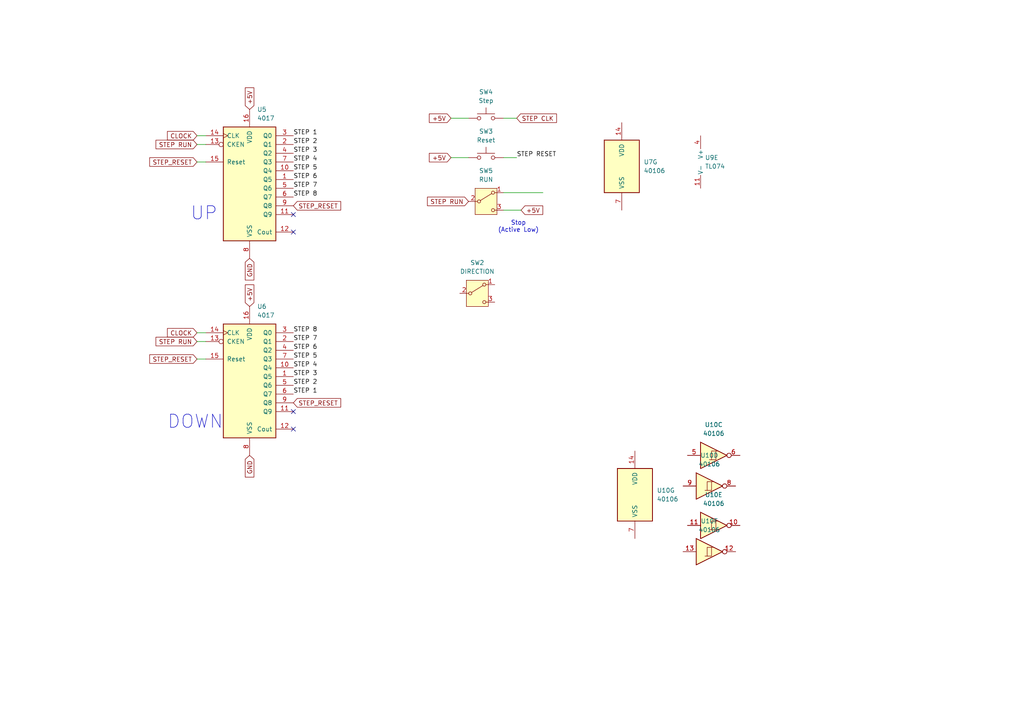
<source format=kicad_sch>
(kicad_sch (version 20231120) (generator "eeschema") (generator_version "8.0")
  (paper "A4")
  (title_block (title "Audio Thing Template") (rev "1.0") (company "velvia-fifty") (comment 1 "https://github.com/velvia-fifty/AudioThings") (comment 2 "You should have changed this already :)") (comment 4 "Stay humble"))
  (lib_symbols
    (symbol "4xxx:40106" (pin_names (offset 1.016))
      (property "Reference" "U" (at 0 1.27 0))
      (property "Value" "40106" (at 0 -1.27 0))
      (symbol "40106_1_0"
        (polyline (pts (xy -0.635 -1.27) (xy -0.635 1.27) (xy 0.635 1.27)))
        (polyline (pts (xy -3.81 3.81) (xy -3.81 -3.81) (xy 3.81 0) (xy -3.81 3.81)) (stroke (width 0.254)) (fill (type background)))
        (polyline (pts (xy -1.27 -1.27) (xy 0.635 -1.27) (xy 0.635 1.27) (xy 1.27 1.27)))
        (pin input line (at -7.62 0 0) (length 3.81) (name "~") (number "1"))
        (pin output inverted (at 7.62 0 180) (length 3.81) (name "~") (number "2"))
      )
      (symbol "40106_2_0"
        (polyline (pts (xy -0.635 -1.27) (xy -0.635 1.27) (xy 0.635 1.27)))
        (polyline (pts (xy -3.81 3.81) (xy -3.81 -3.81) (xy 3.81 0) (xy -3.81 3.81)) (stroke (width 0.254)) (fill (type background)))
        (polyline (pts (xy -1.27 -1.27) (xy 0.635 -1.27) (xy 0.635 1.27) (xy 1.27 1.27)))
        (pin input line (at -7.62 0 0) (length 3.81) (name "~") (number "3"))
        (pin output inverted (at 7.62 0 180) (length 3.81) (name "~") (number "4"))
      )
      (symbol "40106_3_0"
        (polyline (pts (xy -0.635 -1.27) (xy -0.635 1.27) (xy 0.635 1.27)))
        (polyline (pts (xy -3.81 3.81) (xy -3.81 -3.81) (xy 3.81 0) (xy -3.81 3.81)) (stroke (width 0.254)) (fill (type background)))
        (polyline (pts (xy -1.27 -1.27) (xy 0.635 -1.27) (xy 0.635 1.27) (xy 1.27 1.27)))
        (pin input line (at -7.62 0 0) (length 3.81) (name "~") (number "5"))
        (pin output inverted (at 7.62 0 180) (length 3.81) (name "~") (number "6"))
      )
      (symbol "40106_4_0"
        (polyline (pts (xy -0.635 -1.27) (xy -0.635 1.27) (xy 0.635 1.27)))
        (polyline (pts (xy -3.81 3.81) (xy -3.81 -3.81) (xy 3.81 0) (xy -3.81 3.81)) (stroke (width 0.254)) (fill (type background)))
        (polyline (pts (xy -1.27 -1.27) (xy 0.635 -1.27) (xy 0.635 1.27) (xy 1.27 1.27)))
        (pin output inverted (at 7.62 0 180) (length 3.81) (name "~") (number "8"))
        (pin input line (at -7.62 0 0) (length 3.81) (name "~") (number "9"))
      )
      (symbol "40106_5_0"
        (polyline (pts (xy -0.635 -1.27) (xy -0.635 1.27) (xy 0.635 1.27)))
        (polyline (pts (xy -3.81 3.81) (xy -3.81 -3.81) (xy 3.81 0) (xy -3.81 3.81)) (stroke (width 0.254)) (fill (type background)))
        (polyline (pts (xy -1.27 -1.27) (xy 0.635 -1.27) (xy 0.635 1.27) (xy 1.27 1.27)))
        (pin output inverted (at 7.62 0 180) (length 3.81) (name "~") (number "10"))
        (pin input line (at -7.62 0 0) (length 3.81) (name "~") (number "11"))
      )
      (symbol "40106_6_0"
        (polyline (pts (xy -0.635 -1.27) (xy -0.635 1.27) (xy 0.635 1.27)))
        (polyline (pts (xy -3.81 3.81) (xy -3.81 -3.81) (xy 3.81 0) (xy -3.81 3.81)) (stroke (width 0.254)) (fill (type background)))
        (polyline (pts (xy -1.27 -1.27) (xy 0.635 -1.27) (xy 0.635 1.27) (xy 1.27 1.27)))
        (pin output inverted (at 7.62 0 180) (length 3.81) (name "~") (number "12"))
        (pin input line (at -7.62 0 0) (length 3.81) (name "~") (number "13"))
      )
      (symbol "40106_7_0"
        (pin power_in line (at 0 12.7 270) (length 5.08) (name "VDD") (number "14"))
        (pin power_in line (at 0 -12.7 90) (length 5.08) (name "VSS") (number "7"))
      )
      (symbol "40106_7_1"
        (rectangle (start -5.08 7.62) (end 5.08 -7.62) (stroke (width 0.254)) (fill (type background)))
      )
    )
    (symbol "4xxx:4017" (pin_names (offset 1.016))
      (property "Reference" "U" (at -7.62 16.51 0))
      (property "Value" "4017" (at -7.62 -19.05 0))
      (symbol "4017_1_0"
        (pin output line (at 12.7 0 180) (length 5.08) (name "Q5") (number "1"))
        (pin output line (at 12.7 2.54 180) (length 5.08) (name "Q4") (number "10"))
        (pin output line (at 12.7 -10.16 180) (length 5.08) (name "Q9") (number "11"))
        (pin output line (at 12.7 -15.24 180) (length 5.08) (name "Cout") (number "12"))
        (pin input inverted (at -12.7 10.16 0) (length 5.08) (name "CKEN") (number "13"))
        (pin input clock (at -12.7 12.7 0) (length 5.08) (name "CLK") (number "14"))
        (pin input line (at -12.7 5.08 0) (length 5.08) (name "Reset") (number "15"))
        (pin power_in line (at 0 20.32 270) (length 5.08) (name "VDD") (number "16"))
        (pin output line (at 12.7 10.16 180) (length 5.08) (name "Q1") (number "2"))
        (pin output line (at 12.7 12.7 180) (length 5.08) (name "Q0") (number "3"))
        (pin output line (at 12.7 7.62 180) (length 5.08) (name "Q2") (number "4"))
        (pin output line (at 12.7 -2.54 180) (length 5.08) (name "Q6") (number "5"))
        (pin output line (at 12.7 -5.08 180) (length 5.08) (name "Q7") (number "6"))
        (pin output line (at 12.7 5.08 180) (length 5.08) (name "Q3") (number "7"))
        (pin power_in line (at 0 -22.86 90) (length 5.08) (name "VSS") (number "8"))
        (pin output line (at 12.7 -7.62 180) (length 5.08) (name "Q8") (number "9"))
      )
      (symbol "4017_1_1"
        (rectangle (start -7.62 15.24) (end 7.62 -17.78) (stroke (width 0.254)) (fill (type background)))
      )
    )
    (symbol "Amplifier_Operational:TL074" (pin_names (offset 0.127))
      (property "Reference" "U" (at 0 5.08 0))
      (property "Value" "TL074" (at 0 -5.08 0))
      (symbol "TL074_1_1"
        (polyline (pts (xy -5.08 5.08) (xy 5.08 0) (xy -5.08 -5.08) (xy -5.08 5.08)) (stroke (width 0.254)) (fill (type background)))
        (pin output line (at 7.62 0 180) (length 2.54) (name "~") (number "1"))
        (pin input line (at -7.62 -2.54 0) (length 2.54) (name "-") (number "2"))
        (pin input line (at -7.62 2.54 0) (length 2.54) (name "+") (number "3"))
      )
      (symbol "TL074_2_1"
        (polyline (pts (xy -5.08 5.08) (xy 5.08 0) (xy -5.08 -5.08) (xy -5.08 5.08)) (stroke (width 0.254)) (fill (type background)))
        (pin input line (at -7.62 2.54 0) (length 2.54) (name "+") (number "5"))
        (pin input line (at -7.62 -2.54 0) (length 2.54) (name "-") (number "6"))
        (pin output line (at 7.62 0 180) (length 2.54) (name "~") (number "7"))
      )
      (symbol "TL074_3_1"
        (polyline (pts (xy -5.08 5.08) (xy 5.08 0) (xy -5.08 -5.08) (xy -5.08 5.08)) (stroke (width 0.254)) (fill (type background)))
        (pin input line (at -7.62 2.54 0) (length 2.54) (name "+") (number "10"))
        (pin output line (at 7.62 0 180) (length 2.54) (name "~") (number "8"))
        (pin input line (at -7.62 -2.54 0) (length 2.54) (name "-") (number "9"))
      )
      (symbol "TL074_4_1"
        (polyline (pts (xy -5.08 5.08) (xy 5.08 0) (xy -5.08 -5.08) (xy -5.08 5.08)) (stroke (width 0.254)) (fill (type background)))
        (pin input line (at -7.62 2.54 0) (length 2.54) (name "+") (number "12"))
        (pin input line (at -7.62 -2.54 0) (length 2.54) (name "-") (number "13"))
        (pin output line (at 7.62 0 180) (length 2.54) (name "~") (number "14"))
      )
      (symbol "TL074_5_1"
        (pin power_in line (at -2.54 -7.62 90) (length 3.81) (name "V-") (number "11"))
        (pin power_in line (at -2.54 7.62 270) (length 3.81) (name "V+") (number "4"))
      )
    )
    (symbol "Switch:SW_Push" (pin_numbers hide) (pin_names (offset 1.016) hide)
      (property "Reference" "SW" (at 1.27 2.54 0))
      (property "Value" "SW_Push" (at 0 -1.524 0))
      (symbol "SW_Push_0_1"
        (circle (center -2.032 0) (radius 0.508))
        (polyline (pts (xy 0 1.27) (xy 0 3.048)))
        (polyline (pts (xy 2.54 1.27) (xy -2.54 1.27)))
        (circle (center 2.032 0) (radius 0.508))
        (pin passive line (at -5.08 0 0) (length 2.54) (name "1") (number "1"))
        (pin passive line (at 5.08 0 180) (length 2.54) (name "2") (number "2"))
      )
    )
    (symbol "Switch:SW_SPDT" (pin_names (offset 0) hide)
      (property "Reference" "SW" (at 0 5.08 0))
      (property "Value" "SW_SPDT" (at 0 -5.08 0))
      (symbol "SW_SPDT_0_1"
        (circle (center -2.032 0) (radius 0.4572))
        (polyline (pts (xy -1.651 0.254) (xy 1.651 2.286)))
        (circle (center 2.032 -2.54) (radius 0.4572))
        (circle (center 2.032 2.54) (radius 0.4572))
      )
      (symbol "SW_SPDT_1_1"
        (rectangle (start -3.175 3.81) (end 3.175 -3.81) (fill (type background)))
        (pin passive line (at 5.08 2.54 180) (length 2.54) (name "A") (number "1"))
        (pin passive line (at -5.08 0 0) (length 2.54) (name "B") (number "2"))
        (pin passive line (at 5.08 -2.54 180) (length 2.54) (name "C") (number "3"))
      )
    )
  )
  (no_connect (at 85.09 119.38))
  (no_connect (at 85.09 62.23))
  (no_connect (at 85.09 67.31))
  (no_connect (at 85.09 124.46))
  (wire (pts (xy 57.15 99.06) (xy 59.69 99.06)))
  (wire (pts (xy 146.05 34.29) (xy 149.86 34.29)))
  (wire (pts (xy 57.15 104.14) (xy 59.69 104.14)))
  (wire (pts (xy 151.13 60.96) (xy 146.05 60.96)))
  (wire (pts (xy 130.81 34.29) (xy 135.89 34.29)))
  (wire (pts (xy 57.15 96.52) (xy 59.69 96.52)))
  (wire (pts (xy 149.86 45.72) (xy 146.05 45.72)))
  (wire (pts (xy 57.15 41.91) (xy 59.69 41.91)))
  (wire (pts (xy 57.15 46.99) (xy 59.69 46.99)))
  (wire (pts (xy 146.05 55.88) (xy 157.48 55.88)))
  (wire (pts (xy 130.81 45.72) (xy 135.89 45.72)))
  (wire (pts (xy 57.15 39.37) (xy 59.69 39.37)))
  (text "UP" (at 59.182 61.976 0) (effects (font (size 3.81 3.81))))
  (text "DOWN" (at 56.642 122.428 0) (effects (font (size 3.81 3.81))))
  (text "Stop\n(Active Low)" (at 150.368 65.786 0) (effects (font (size 1.27 1.27))))
  (label "STEP 1" (at 85.09 114.3 0))
  (label "STEP 8" (at 85.09 57.15 0))
  (label "STEP RESET" (at 149.86 45.72 0))
  (label "STEP 7" (at 85.09 54.61 0))
  (label "STEP 7" (at 85.09 99.06 0))
  (label "STEP 4" (at 85.09 106.68 0))
  (label "STEP 3" (at 85.09 109.22 0))
  (label "STEP 8" (at 85.09 96.52 0))
  (label "STEP 1" (at 85.09 39.37 0))
  (label "STEP 3" (at 85.09 44.45 0))
  (label "STEP 5" (at 85.09 49.53 0))
  (label "STEP 2" (at 85.09 111.76 0))
  (label "STEP 6" (at 85.09 101.6 0))
  (label "STEP 6" (at 85.09 52.07 0))
  (label "STEP 5" (at 85.09 104.14 0))
  (label "STEP 2" (at 85.09 41.91 0))
  (label "STEP 4" (at 85.09 46.99 0))
  (global_label "STEP_RESET" (shape input) (at 57.15 46.99 180) (property "Intersheetrefs" "${INTERSHEET_REFS}" (effects (hide yes))))
  (global_label "+5V" (shape input) (at 72.39 31.75 90) (property "Intersheetrefs" "${INTERSHEET_REFS}" (effects (hide yes))))
  (global_label "STEP CLK" (shape input) (at 149.86 34.29 0) (property "Intersheetrefs" "${INTERSHEET_REFS}" (effects (hide yes))))
  (global_label "GND" (shape input) (at 72.39 132.08 270) (property "Intersheetrefs" "${INTERSHEET_REFS}" (effects (hide yes))))
  (global_label "STEP RUN" (shape input) (at 57.15 41.91 180) (property "Intersheetrefs" "${INTERSHEET_REFS}" (effects (hide yes))))
  (global_label "+5V" (shape input) (at 130.81 34.29 180) (property "Intersheetrefs" "${INTERSHEET_REFS}" (effects (hide yes))))
  (global_label "STEP_RESET" (shape input) (at 85.09 116.84 0) (property "Intersheetrefs" "${INTERSHEET_REFS}" (effects (hide yes))))
  (global_label "+5V" (shape input) (at 130.81 45.72 180) (property "Intersheetrefs" "${INTERSHEET_REFS}" (effects (hide yes))))
  (global_label "STEP_RESET" (shape input) (at 57.15 104.14 180) (property "Intersheetrefs" "${INTERSHEET_REFS}" (effects (hide yes))))
  (global_label "STEP RUN" (shape input) (at 57.15 99.06 180) (property "Intersheetrefs" "${INTERSHEET_REFS}" (effects (hide yes))))
  (global_label "GND" (shape input) (at 72.39 74.93 270) (property "Intersheetrefs" "${INTERSHEET_REFS}" (effects (hide yes))))
  (global_label "CLOCK" (shape input) (at 57.15 96.52 180) (property "Intersheetrefs" "${INTERSHEET_REFS}" (effects (hide yes))))
  (global_label "STEP RUN" (shape input) (at 135.89 58.42 180) (property "Intersheetrefs" "${INTERSHEET_REFS}" (effects (hide yes))))
  (global_label "+5V" (shape input) (at 72.39 88.9 90) (property "Intersheetrefs" "${INTERSHEET_REFS}" (effects (hide yes))))
  (global_label "STEP_RESET" (shape input) (at 85.09 59.69 0) (property "Intersheetrefs" "${INTERSHEET_REFS}" (effects (hide yes))))
  (global_label "+5V" (shape input) (at 151.13 60.96 0) (property "Intersheetrefs" "${INTERSHEET_REFS}" (effects (hide yes))))
  (global_label "CLOCK" (shape input) (at 57.15 39.37 180) (property "Intersheetrefs" "${INTERSHEET_REFS}" (effects (hide yes))))
  (symbol (lib_id "4xxx:4017") (at 72.39 52.07 0) (unit 1)
    (property "Reference" "U5" (at 74.5841 31.75 0) (effects (justify left)))
    (property "Value" "4017" (at 74.5841 34.29 0) (effects (justify left)))
    (property "Datasheet" "http://www.intersil.com/content/dam/Intersil/documents/cd40/cd4017bms-22bms.pdf" (effects (hide yes)))
    (property "Description" "Johnson Counter ( 10 outputs )" (effects (hide yes)))
  )
  (symbol (lib_id "Switch:SW_Push") (at 140.97 45.72 0) (unit 1)
    (property "Reference" "SW3" (at 140.97 38.1 0))
    (property "Value" "Reset" (at 140.97 40.64 0))
    (property "Description" "Push button switch, generic, two pins" (effects (hide yes)))
  )
  (symbol (lib_id "Amplifier_Operational:TL074") (at 205.74 46.99 0) (unit 5)
    (property "Reference" "U9" (at 204.47 45.7199 0) (effects (justify left)))
    (property "Value" "TL074" (at 204.47 48.2599 0) (effects (justify left)))
    (property "Footprint" "Package_SO:TSSOP-14_4.4x5mm_P0.65mm" (effects (hide yes)))
    (property "Datasheet" "http://www.ti.com/lit/ds/symlink/tl071.pdf" (effects (hide yes)))
    (property "Description" "Quad Low-Noise JFET-Input Operational Amplifiers, DIP-14/SOIC-14" (effects (hide yes)))
  )
  (symbol (lib_id "4xxx:40106") (at 205.74 140.97 0) (unit 4)
    (property "Reference" "U10" (at 205.74 132.08 0))
    (property "Value" "40106" (at 205.74 134.62 0))
    (property "Footprint" "Package_SO:TSSOP-14_4.4x5mm_P0.65mm" (effects (hide yes)))
    (property "Datasheet" "https://assets.nexperia.com/documents/data-sheet/HEF40106B.pdf" (effects (hide yes)))
    (property "Description" "Hex Schmitt trigger inverter" (effects (hide yes)))
  )
  (symbol (lib_id "Amplifier_Operational:TL074") (at 317.5 110.49 0) (unit 5)
    (property "Reference" "U8" (at 316.23 109.2199 0) (effects (justify left)))
    (property "Value" "TL074" (at 316.23 111.7599 0) (effects (justify left)))
    (property "Footprint" "Package_SO:TSSOP-14_4.4x5mm_P0.65mm" (effects (hide yes)))
    (property "Datasheet" "http://www.ti.com/lit/ds/symlink/tl071.pdf" (effects (hide yes)))
    (property "Description" "Quad Low-Noise JFET-Input Operational Amplifiers, DIP-14/SOIC-14" (effects (hide yes)))
  )
  (symbol (lib_id "Switch:SW_SPDT") (at 140.97 58.42 0) (unit 1)
    (property "Reference" "SW5" (at 140.97 49.53 0))
    (property "Value" "RUN" (at 140.97 52.07 0))
    (property "Description" "Switch, single pole double throw" (effects (hide yes)))
  )
  (symbol (lib_id "4xxx:4017") (at 72.39 109.22 0) (unit 1)
    (property "Reference" "U6" (at 74.5841 88.9 0) (effects (justify left)))
    (property "Value" "4017" (at 74.5841 91.44 0) (effects (justify left)))
    (property "Datasheet" "http://www.intersil.com/content/dam/Intersil/documents/cd40/cd4017bms-22bms.pdf" (effects (hide yes)))
    (property "Description" "Johnson Counter ( 10 outputs )" (effects (hide yes)))
  )
  (symbol (lib_id "4xxx:40106") (at 180.34 48.26 0) (unit 7)
    (property "Reference" "U7" (at 186.69 46.9899 0) (effects (justify left)))
    (property "Value" "40106" (at 186.69 49.5299 0) (effects (justify left)))
    (property "Footprint" "Package_SO:TSSOP-14_4.4x5mm_P0.65mm" (effects (hide yes)))
    (property "Datasheet" "https://assets.nexperia.com/documents/data-sheet/HEF40106B.pdf" (effects (hide yes)))
    (property "Description" "Hex Schmitt trigger inverter" (effects (hide yes)))
  )
  (symbol (lib_id "Switch:SW_Push") (at 140.97 34.29 0) (unit 1)
    (property "Reference" "SW4" (at 140.97 26.67 0))
    (property "Value" "Step" (at 140.97 29.21 0))
    (property "Description" "Push button switch, generic, two pins" (effects (hide yes)))
  )
  (symbol (lib_id "Switch:SW_SPDT") (at 138.43 85.09 0) (unit 1)
    (property "Reference" "SW2" (at 138.43 76.2 0))
    (property "Value" "DIRECTION" (at 138.43 78.74 0))
    (property "Description" "Switch, single pole double throw" (effects (hide yes)))
  )
  (symbol (lib_id "4xxx:40106") (at 207.01 132.08 0) (unit 3)
    (property "Reference" "U10" (at 207.01 123.19 0))
    (property "Value" "40106" (at 207.01 125.73 0))
    (property "Footprint" "Package_SO:TSSOP-14_4.4x5mm_P0.65mm" (effects (hide yes)))
    (property "Datasheet" "https://assets.nexperia.com/documents/data-sheet/HEF40106B.pdf" (effects (hide yes)))
    (property "Description" "Hex Schmitt trigger inverter" (effects (hide yes)))
  )
  (symbol (lib_id "4xxx:40106") (at 205.74 160.02 0) (unit 6)
    (property "Reference" "U10" (at 205.74 151.13 0))
    (property "Value" "40106" (at 205.74 153.67 0))
    (property "Footprint" "Package_SO:TSSOP-14_4.4x5mm_P0.65mm" (effects (hide yes)))
    (property "Datasheet" "https://assets.nexperia.com/documents/data-sheet/HEF40106B.pdf" (effects (hide yes)))
    (property "Description" "Hex Schmitt trigger inverter" (effects (hide yes)))
  )
  (symbol (lib_id "4xxx:40106") (at 207.01 152.4 0) (unit 5)
    (property "Reference" "U10" (at 207.01 143.51 0))
    (property "Value" "40106" (at 207.01 146.05 0))
    (property "Footprint" "Package_SO:TSSOP-14_4.4x5mm_P0.65mm" (effects (hide yes)))
    (property "Datasheet" "https://assets.nexperia.com/documents/data-sheet/HEF40106B.pdf" (effects (hide yes)))
    (property "Description" "Hex Schmitt trigger inverter" (effects (hide yes)))
  )
  (symbol (lib_id "4xxx:40106") (at 184.15 143.51 0) (unit 7)
    (property "Reference" "U10" (at 190.5 142.2399 0) (effects (justify left)))
    (property "Value" "40106" (at 190.5 144.7799 0) (effects (justify left)))
    (property "Footprint" "Package_SO:TSSOP-14_4.4x5mm_P0.65mm" (effects (hide yes)))
    (property "Datasheet" "https://assets.nexperia.com/documents/data-sheet/HEF40106B.pdf" (effects (hide yes)))
    (property "Description" "Hex Schmitt trigger inverter" (effects (hide yes)))
  )
)
</source>
